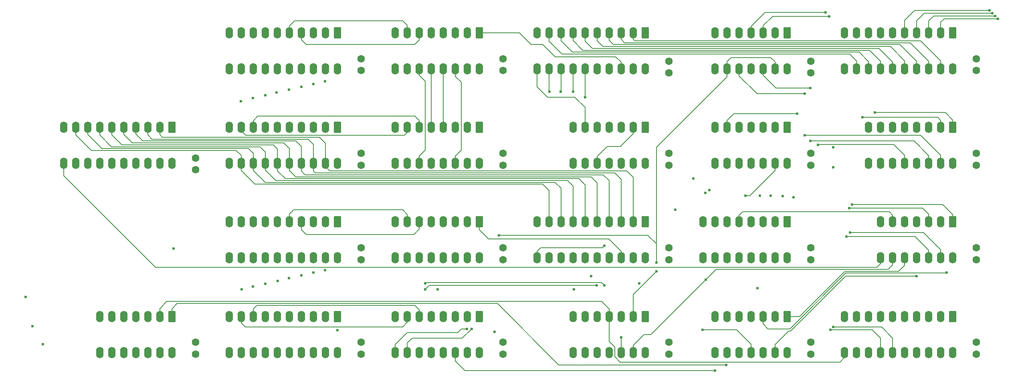
<source format=gbr>
%TF.GenerationSoftware,KiCad,Pcbnew,9.0.6*%
%TF.CreationDate,2025-12-13T20:48:56-05:00*%
%TF.ProjectId,tb8_cu,7462385f-6375-42e6-9b69-6361645f7063,1.0*%
%TF.SameCoordinates,Original*%
%TF.FileFunction,Copper,L2,Inr*%
%TF.FilePolarity,Positive*%
%FSLAX46Y46*%
G04 Gerber Fmt 4.6, Leading zero omitted, Abs format (unit mm)*
G04 Created by KiCad (PCBNEW 9.0.6) date 2025-12-13 20:48:56*
%MOMM*%
%LPD*%
G01*
G04 APERTURE LIST*
G04 Aperture macros list*
%AMRoundRect*
0 Rectangle with rounded corners*
0 $1 Rounding radius*
0 $2 $3 $4 $5 $6 $7 $8 $9 X,Y pos of 4 corners*
0 Add a 4 corners polygon primitive as box body*
4,1,4,$2,$3,$4,$5,$6,$7,$8,$9,$2,$3,0*
0 Add four circle primitives for the rounded corners*
1,1,$1+$1,$2,$3*
1,1,$1+$1,$4,$5*
1,1,$1+$1,$6,$7*
1,1,$1+$1,$8,$9*
0 Add four rect primitives between the rounded corners*
20,1,$1+$1,$2,$3,$4,$5,0*
20,1,$1+$1,$4,$5,$6,$7,0*
20,1,$1+$1,$6,$7,$8,$9,0*
20,1,$1+$1,$8,$9,$2,$3,0*%
G04 Aperture macros list end*
%TA.AperFunction,ComponentPad*%
%ADD10C,1.600000*%
%TD*%
%TA.AperFunction,ComponentPad*%
%ADD11RoundRect,0.250000X-0.550000X0.950000X-0.550000X-0.950000X0.550000X-0.950000X0.550000X0.950000X0*%
%TD*%
%TA.AperFunction,ComponentPad*%
%ADD12O,1.600000X2.400000*%
%TD*%
%TA.AperFunction,ViaPad*%
%ADD13C,0.600000*%
%TD*%
%TA.AperFunction,Conductor*%
%ADD14C,0.200000*%
%TD*%
G04 APERTURE END LIST*
D10*
%TO.N,+5V*%
%TO.C,C20*%
X104030000Y-133550000D03*
%TO.N,GND*%
X104030000Y-131050000D03*
%TD*%
%TO.N,+5V*%
%TO.C,C17*%
X169030000Y-133550000D03*
%TO.N,GND*%
X169030000Y-131050000D03*
%TD*%
%TO.N,+5V*%
%TO.C,C11*%
X134030000Y-93550000D03*
%TO.N,GND*%
X134030000Y-91050000D03*
%TD*%
%TO.N,+5V*%
%TO.C,C4*%
X234030000Y-133550000D03*
%TO.N,GND*%
X234030000Y-131050000D03*
%TD*%
%TO.N,+5V*%
%TO.C,C2*%
X199030000Y-74050000D03*
%TO.N,GND*%
X199030000Y-71550000D03*
%TD*%
D11*
%TO.N,i9*%
%TO.C,U12*%
X129030000Y-105550000D03*
D12*
%TO.N,o9*%
X126490000Y-105550000D03*
%TO.N,o8*%
X123950000Y-105550000D03*
%TO.N,Net-(U11-~{BO})*%
X121410000Y-105550000D03*
%TO.N,Net-(U11-~{CO})*%
X118870000Y-105550000D03*
%TO.N,o10*%
X116330000Y-105550000D03*
%TO.N,o11*%
X113790000Y-105550000D03*
%TO.N,GND*%
X111250000Y-105550000D03*
%TO.N,i11*%
X111250000Y-113170000D03*
%TO.N,i10*%
X113790000Y-113170000D03*
%TO.N,cpl*%
X116330000Y-113170000D03*
%TO.N,Net-(U12-~{CO})*%
X118870000Y-113170000D03*
%TO.N,Net-(U12-~{BO})*%
X121410000Y-113170000D03*
%TO.N,r*%
X123950000Y-113170000D03*
%TO.N,i8*%
X126490000Y-113170000D03*
%TO.N,+5V*%
X129030000Y-113170000D03*
%TD*%
D11*
%TO.N,tadr0*%
%TO.C,U16*%
X164030000Y-85550000D03*
D12*
%TO.N,t_wr*%
X161490000Y-85550000D03*
%TO.N,Net-(U18A-~{S})*%
X158950000Y-85550000D03*
X156410000Y-85550000D03*
X153870000Y-85550000D03*
%TO.N,Net-(U14-Load)*%
X151330000Y-85550000D03*
%TO.N,GND*%
X148790000Y-85550000D03*
%TO.N,Net-(U18B-~{S})*%
X148790000Y-93170000D03*
%TO.N,tadr1*%
X151330000Y-93170000D03*
%TO.N,t_wr*%
X153870000Y-93170000D03*
%TO.N,Net-(U15-Load)*%
X156410000Y-93170000D03*
%TO.N,Net-(U18B-~{S})*%
X158950000Y-93170000D03*
X161490000Y-93170000D03*
%TO.N,+5V*%
X164030000Y-93170000D03*
%TD*%
D11*
%TO.N,i13*%
%TO.C,U13*%
X129030000Y-125550000D03*
D12*
%TO.N,o13*%
X126490000Y-125550000D03*
%TO.N,o12*%
X123950000Y-125550000D03*
%TO.N,Net-(U12-~{BO})*%
X121410000Y-125550000D03*
%TO.N,Net-(U12-~{CO})*%
X118870000Y-125550000D03*
%TO.N,o14*%
X116330000Y-125550000D03*
%TO.N,o15*%
X113790000Y-125550000D03*
%TO.N,GND*%
X111250000Y-125550000D03*
%TO.N,i15*%
X111250000Y-133170000D03*
%TO.N,i14*%
X113790000Y-133170000D03*
%TO.N,cpl*%
X116330000Y-133170000D03*
%TO.N,unconnected-(U13-~{CO}-Pad12)*%
X118870000Y-133170000D03*
%TO.N,unconnected-(U13-~{BO}-Pad13)*%
X121410000Y-133170000D03*
%TO.N,r*%
X123950000Y-133170000D03*
%TO.N,i12*%
X126490000Y-133170000D03*
%TO.N,+5V*%
X129030000Y-133170000D03*
%TD*%
D10*
%TO.N,+5V*%
%TO.C,C12*%
X134030000Y-113550000D03*
%TO.N,GND*%
X134030000Y-111050000D03*
%TD*%
D11*
%TO.N,Net-(U17-Pad1)*%
%TO.C,U17*%
X164030000Y-125550000D03*
D12*
%TO.N,exc*%
X161490000Y-125550000D03*
%TO.N,cpl*%
X158950000Y-125550000D03*
%TO.N,ldi*%
X156410000Y-125550000D03*
%TO.N,Net-(U17-Pad1)*%
X153870000Y-125550000D03*
%TO.N,Net-(U18A-~{R})*%
X151330000Y-125550000D03*
%TO.N,GND*%
X148790000Y-125550000D03*
%TO.N,Net-(U19-OE)*%
X148790000Y-133170000D03*
%TO.N,tadr0*%
X151330000Y-133170000D03*
%TO.N,t_rd*%
X153870000Y-133170000D03*
%TO.N,Net-(U20-OE)*%
X156410000Y-133170000D03*
%TO.N,tadr1*%
X158950000Y-133170000D03*
%TO.N,t_rd*%
X161490000Y-133170000D03*
%TO.N,+5V*%
X164030000Y-133170000D03*
%TD*%
D11*
%TO.N,cmp*%
%TO.C,U2*%
X194030000Y-65550000D03*
D12*
%TO.N,stc_i*%
X191490000Y-65550000D03*
%TO.N,Net-(U2-Pad3)*%
X188950000Y-65550000D03*
%TO.N,Net-(U2-Pad4)*%
X186410000Y-65550000D03*
%TO.N,exc*%
X183870000Y-65550000D03*
%TO.N,t_wr*%
X181330000Y-65550000D03*
%TO.N,GND*%
X178790000Y-65550000D03*
%TO.N,t_rd*%
X178790000Y-73170000D03*
%TO.N,exc*%
X181330000Y-73170000D03*
%TO.N,ld_i*%
X183870000Y-73170000D03*
%TO.N,t_rdi*%
X186410000Y-73170000D03*
%TO.N,ldi_i*%
X188950000Y-73170000D03*
%TO.N,exc*%
X191490000Y-73170000D03*
%TO.N,+5V*%
X194030000Y-73170000D03*
%TD*%
D11*
%TO.N,{slash}r*%
%TO.C,U1*%
X64030000Y-125550000D03*
D12*
%TO.N,ldi*%
X61490000Y-125550000D03*
%TO.N,clk_i*%
X58950000Y-125550000D03*
%TO.N,+5V*%
X56410000Y-125550000D03*
%TO.N,exc*%
X53870000Y-125550000D03*
%TO.N,ldi*%
X51330000Y-125550000D03*
%TO.N,GND*%
X48790000Y-125550000D03*
%TO.N,unconnected-(U1B-~{Q}-Pad8)*%
X48790000Y-133170000D03*
%TO.N,unconnected-(U1B-Q-Pad9)*%
X51330000Y-133170000D03*
%TO.N,unconnected-(U1B-~{S}-Pad10)*%
X53870000Y-133170000D03*
%TO.N,unconnected-(U1B-C-Pad11)*%
X56410000Y-133170000D03*
%TO.N,unconnected-(U1B-D-Pad12)*%
X58950000Y-133170000D03*
%TO.N,unconnected-(U1B-~{R}-Pad13)*%
X61490000Y-133170000D03*
%TO.N,+5V*%
X64030000Y-133170000D03*
%TD*%
D11*
%TO.N,exc*%
%TO.C,U22*%
X99030000Y-105550000D03*
D12*
%TO.N,o8*%
X96490000Y-105550000D03*
%TO.N,o9*%
X93950000Y-105550000D03*
%TO.N,o10*%
X91410000Y-105550000D03*
%TO.N,o11*%
X88870000Y-105550000D03*
%TO.N,o12*%
X86330000Y-105550000D03*
%TO.N,o13*%
X83790000Y-105550000D03*
%TO.N,o14*%
X81250000Y-105550000D03*
%TO.N,o15*%
X78710000Y-105550000D03*
%TO.N,GND*%
X76170000Y-105550000D03*
%TO.N,+5V*%
X76170000Y-113170000D03*
%TO.N,a15*%
X78710000Y-113170000D03*
%TO.N,a14*%
X81250000Y-113170000D03*
%TO.N,a13*%
X83790000Y-113170000D03*
%TO.N,a12*%
X86330000Y-113170000D03*
%TO.N,a11*%
X88870000Y-113170000D03*
%TO.N,a10*%
X91410000Y-113170000D03*
%TO.N,a9*%
X93950000Y-113170000D03*
%TO.N,a8*%
X96490000Y-113170000D03*
%TO.N,+5V*%
X99030000Y-113170000D03*
%TD*%
D10*
%TO.N,+5V*%
%TO.C,C13*%
X134030000Y-133550000D03*
%TO.N,GND*%
X134030000Y-131050000D03*
%TD*%
%TO.N,+5V*%
%TO.C,C22*%
X104030000Y-113550000D03*
%TO.N,GND*%
X104030000Y-111050000D03*
%TD*%
%TO.N,+5V*%
%TO.C,C3*%
X234030000Y-113550000D03*
%TO.N,GND*%
X234030000Y-111050000D03*
%TD*%
D11*
%TO.N,t_rdi*%
%TO.C,U8*%
X194030000Y-125550000D03*
D12*
X191490000Y-125550000D03*
%TO.N,Net-(U7-OE)*%
X188950000Y-125550000D03*
%TO.N,t_wr*%
X186410000Y-125550000D03*
X183870000Y-125550000D03*
%TO.N,Net-(U9-OE)*%
X181330000Y-125550000D03*
%TO.N,GND*%
X178790000Y-125550000D03*
%TO.N,r*%
X178790000Y-133170000D03*
%TO.N,{slash}r*%
X181330000Y-133170000D03*
X183870000Y-133170000D03*
%TO.N,Net-(U17-Pad1)*%
X186410000Y-133170000D03*
%TO.N,Net-(U3-Pad11)*%
X188950000Y-133170000D03*
X191490000Y-133170000D03*
%TO.N,+5V*%
X194030000Y-133170000D03*
%TD*%
D10*
%TO.N,+5V*%
%TO.C,C8*%
X199030000Y-133550000D03*
%TO.N,GND*%
X199030000Y-131050000D03*
%TD*%
%TO.N,+5V*%
%TO.C,C16*%
X169030000Y-93550000D03*
%TO.N,GND*%
X169030000Y-91050000D03*
%TD*%
D11*
%TO.N,Net-(U7-OE)*%
%TO.C,U7*%
X229030000Y-65550000D03*
D12*
%TO.N,ta0*%
X226490000Y-65550000D03*
%TO.N,ta1*%
X223950000Y-65550000D03*
%TO.N,ta2*%
X221410000Y-65550000D03*
%TO.N,ta3*%
X218870000Y-65550000D03*
%TO.N,ta4*%
X216330000Y-65550000D03*
%TO.N,ta5*%
X213790000Y-65550000D03*
%TO.N,GND*%
X211250000Y-65550000D03*
X208710000Y-65550000D03*
X206170000Y-65550000D03*
%TO.N,+5V*%
X206170000Y-73170000D03*
%TO.N,td7*%
X208710000Y-73170000D03*
%TO.N,td6*%
X211250000Y-73170000D03*
%TO.N,td5*%
X213790000Y-73170000D03*
%TO.N,td4*%
X216330000Y-73170000D03*
%TO.N,td3*%
X218870000Y-73170000D03*
%TO.N,td2*%
X221410000Y-73170000D03*
%TO.N,td1*%
X223950000Y-73170000D03*
%TO.N,td0*%
X226490000Y-73170000D03*
%TO.N,+5V*%
X229030000Y-73170000D03*
%TD*%
D11*
%TO.N,Net-(U19-OE)*%
%TO.C,U19*%
X99030000Y-85550000D03*
D12*
%TO.N,o0*%
X96490000Y-85550000D03*
%TO.N,o1*%
X93950000Y-85550000D03*
%TO.N,o2*%
X91410000Y-85550000D03*
%TO.N,o3*%
X88870000Y-85550000D03*
%TO.N,o4*%
X86330000Y-85550000D03*
%TO.N,o5*%
X83790000Y-85550000D03*
%TO.N,o6*%
X81250000Y-85550000D03*
%TO.N,o7*%
X78710000Y-85550000D03*
%TO.N,GND*%
X76170000Y-85550000D03*
%TO.N,+5V*%
X76170000Y-93170000D03*
%TO.N,td7*%
X78710000Y-93170000D03*
%TO.N,td6*%
X81250000Y-93170000D03*
%TO.N,td5*%
X83790000Y-93170000D03*
%TO.N,td4*%
X86330000Y-93170000D03*
%TO.N,td3*%
X88870000Y-93170000D03*
%TO.N,td2*%
X91410000Y-93170000D03*
%TO.N,td1*%
X93950000Y-93170000D03*
%TO.N,td0*%
X96490000Y-93170000D03*
%TO.N,+5V*%
X99030000Y-93170000D03*
%TD*%
D10*
%TO.N,+5V*%
%TO.C,C1*%
X69030000Y-133550000D03*
%TO.N,GND*%
X69030000Y-131050000D03*
%TD*%
D11*
%TO.N,GND*%
%TO.C,U15*%
X164030000Y-105550000D03*
D12*
%TO.N,td0*%
X161490000Y-105550000D03*
%TO.N,td1*%
X158950000Y-105550000D03*
%TO.N,td2*%
X156410000Y-105550000D03*
%TO.N,td3*%
X153870000Y-105550000D03*
%TO.N,td4*%
X151330000Y-105550000D03*
%TO.N,td5*%
X148790000Y-105550000D03*
%TO.N,td6*%
X146250000Y-105550000D03*
%TO.N,td7*%
X143710000Y-105550000D03*
%TO.N,GND*%
X141170000Y-105550000D03*
%TO.N,Net-(U15-Load)*%
X141170000Y-113170000D03*
%TO.N,i15*%
X143710000Y-113170000D03*
%TO.N,i14*%
X146250000Y-113170000D03*
%TO.N,i13*%
X148790000Y-113170000D03*
%TO.N,i12*%
X151330000Y-113170000D03*
%TO.N,i11*%
X153870000Y-113170000D03*
%TO.N,i10*%
X156410000Y-113170000D03*
%TO.N,i9*%
X158950000Y-113170000D03*
%TO.N,i8*%
X161490000Y-113170000D03*
%TO.N,+5V*%
X164030000Y-113170000D03*
%TD*%
D10*
%TO.N,+5V*%
%TO.C,C19*%
X104030000Y-93550000D03*
%TO.N,GND*%
X104030000Y-91050000D03*
%TD*%
%TO.N,+5V*%
%TO.C,C7*%
X234030000Y-73550000D03*
%TO.N,GND*%
X234030000Y-71050000D03*
%TD*%
D11*
%TO.N,Net-(U2-Pad3)*%
%TO.C,U3*%
X229030000Y-105550000D03*
D12*
%TO.N,st_i*%
X226490000Y-105550000D03*
%TO.N,Net-(U2-Pad4)*%
X223950000Y-105550000D03*
%TO.N,ta4*%
X221410000Y-105550000D03*
%TO.N,ta5*%
X218870000Y-105550000D03*
%TO.N,Net-(U6-~{E2})*%
X216330000Y-105550000D03*
%TO.N,GND*%
X213790000Y-105550000D03*
%TO.N,Net-(U9-Load)*%
X213790000Y-113170000D03*
%TO.N,t_rd*%
X216330000Y-113170000D03*
%TO.N,t_rdi*%
X218870000Y-113170000D03*
%TO.N,Net-(U3-Pad11)*%
X221410000Y-113170000D03*
%TO.N,Net-(U18B-~{Q})*%
X223950000Y-113170000D03*
%TO.N,Net-(U18A-~{Q})*%
X226490000Y-113170000D03*
%TO.N,+5V*%
X229030000Y-113170000D03*
%TD*%
D11*
%TO.N,GND*%
%TO.C,U14*%
X164030000Y-65550000D03*
D12*
%TO.N,td0*%
X161490000Y-65550000D03*
%TO.N,td1*%
X158950000Y-65550000D03*
%TO.N,td2*%
X156410000Y-65550000D03*
%TO.N,td3*%
X153870000Y-65550000D03*
%TO.N,td4*%
X151330000Y-65550000D03*
%TO.N,td5*%
X148790000Y-65550000D03*
%TO.N,td6*%
X146250000Y-65550000D03*
%TO.N,td7*%
X143710000Y-65550000D03*
%TO.N,GND*%
X141170000Y-65550000D03*
%TO.N,Net-(U14-Load)*%
X141170000Y-73170000D03*
%TO.N,i7*%
X143710000Y-73170000D03*
%TO.N,i6*%
X146250000Y-73170000D03*
%TO.N,i5*%
X148790000Y-73170000D03*
%TO.N,i4*%
X151330000Y-73170000D03*
%TO.N,i3*%
X153870000Y-73170000D03*
%TO.N,i2*%
X156410000Y-73170000D03*
%TO.N,i1*%
X158950000Y-73170000D03*
%TO.N,i0*%
X161490000Y-73170000D03*
%TO.N,+5V*%
X164030000Y-73170000D03*
%TD*%
D10*
%TO.N,+5V*%
%TO.C,C21*%
X104030000Y-73550000D03*
%TO.N,GND*%
X104030000Y-71050000D03*
%TD*%
D11*
%TO.N,i1*%
%TO.C,U10*%
X129030000Y-65550000D03*
D12*
%TO.N,o1*%
X126490000Y-65550000D03*
%TO.N,o0*%
X123950000Y-65550000D03*
%TO.N,+5V*%
X121410000Y-65550000D03*
%TO.N,ldi*%
X118870000Y-65550000D03*
%TO.N,o2*%
X116330000Y-65550000D03*
%TO.N,o3*%
X113790000Y-65550000D03*
%TO.N,GND*%
X111250000Y-65550000D03*
%TO.N,i3*%
X111250000Y-73170000D03*
%TO.N,i2*%
X113790000Y-73170000D03*
%TO.N,cpl*%
X116330000Y-73170000D03*
%TO.N,Net-(U10-~{CO})*%
X118870000Y-73170000D03*
%TO.N,Net-(U10-~{BO})*%
X121410000Y-73170000D03*
%TO.N,r*%
X123950000Y-73170000D03*
%TO.N,i0*%
X126490000Y-73170000D03*
%TO.N,+5V*%
X129030000Y-73170000D03*
%TD*%
D10*
%TO.N,+5V*%
%TO.C,C6*%
X199030000Y-113550000D03*
%TO.N,GND*%
X199030000Y-111050000D03*
%TD*%
D11*
%TO.N,Net-(U9-OE)*%
%TO.C,U9*%
X64030000Y-85550000D03*
D12*
%TO.N,td0*%
X61490000Y-85550000D03*
%TO.N,td1*%
X58950000Y-85550000D03*
%TO.N,td2*%
X56410000Y-85550000D03*
%TO.N,td3*%
X53870000Y-85550000D03*
%TO.N,td4*%
X51330000Y-85550000D03*
%TO.N,td5*%
X48790000Y-85550000D03*
%TO.N,td6*%
X46250000Y-85550000D03*
%TO.N,td7*%
X43710000Y-85550000D03*
%TO.N,GND*%
X41170000Y-85550000D03*
%TO.N,Net-(U9-Load)*%
X41170000Y-93170000D03*
%TO.N,td7*%
X43710000Y-93170000D03*
%TO.N,td6*%
X46250000Y-93170000D03*
%TO.N,td5*%
X48790000Y-93170000D03*
%TO.N,td4*%
X51330000Y-93170000D03*
%TO.N,td3*%
X53870000Y-93170000D03*
%TO.N,td2*%
X56410000Y-93170000D03*
%TO.N,td1*%
X58950000Y-93170000D03*
%TO.N,td0*%
X61490000Y-93170000D03*
%TO.N,+5V*%
X64030000Y-93170000D03*
%TD*%
D10*
%TO.N,+5V*%
%TO.C,C15*%
X169030000Y-113550000D03*
%TO.N,GND*%
X169030000Y-111050000D03*
%TD*%
%TO.N,+5V*%
%TO.C,C14*%
X169030000Y-74050000D03*
%TO.N,GND*%
X169030000Y-71550000D03*
%TD*%
D11*
%TO.N,Net-(U4-Q6)*%
%TO.C,U5*%
X229030000Y-85550000D03*
D12*
%TO.N,Net-(U4-Q7)*%
X226490000Y-85550000D03*
%TO.N,GND*%
X223950000Y-85550000D03*
X221410000Y-85550000D03*
X218870000Y-85550000D03*
%TO.N,+5V*%
X216330000Y-85550000D03*
%TO.N,unconnected-(U5-Y7-Pad7)*%
X213790000Y-85550000D03*
%TO.N,GND*%
X211250000Y-85550000D03*
%TO.N,unconnected-(U5-Y6-Pad9)*%
X211250000Y-93170000D03*
%TO.N,unconnected-(U5-Y5-Pad10)*%
X213790000Y-93170000D03*
%TO.N,unconnected-(U5-Y4-Pad11)*%
X216330000Y-93170000D03*
%TO.N,stc_i*%
X218870000Y-93170000D03*
%TO.N,st_i*%
X221410000Y-93170000D03*
%TO.N,ldi_i*%
X223950000Y-93170000D03*
%TO.N,ld_i*%
X226490000Y-93170000D03*
%TO.N,+5V*%
X229030000Y-93170000D03*
%TD*%
D11*
%TO.N,exc*%
%TO.C,U21*%
X99030000Y-65550000D03*
D12*
%TO.N,o0*%
X96490000Y-65550000D03*
%TO.N,o1*%
X93950000Y-65550000D03*
%TO.N,o2*%
X91410000Y-65550000D03*
%TO.N,o3*%
X88870000Y-65550000D03*
%TO.N,o4*%
X86330000Y-65550000D03*
%TO.N,o5*%
X83790000Y-65550000D03*
%TO.N,o6*%
X81250000Y-65550000D03*
%TO.N,o7*%
X78710000Y-65550000D03*
%TO.N,GND*%
X76170000Y-65550000D03*
%TO.N,+5V*%
X76170000Y-73170000D03*
%TO.N,a7*%
X78710000Y-73170000D03*
%TO.N,a6*%
X81250000Y-73170000D03*
%TO.N,a5*%
X83790000Y-73170000D03*
%TO.N,a4*%
X86330000Y-73170000D03*
%TO.N,a3*%
X88870000Y-73170000D03*
%TO.N,a2*%
X91410000Y-73170000D03*
%TO.N,a1*%
X93950000Y-73170000D03*
%TO.N,a0*%
X96490000Y-73170000D03*
%TO.N,+5V*%
X99030000Y-73170000D03*
%TD*%
D10*
%TO.N,+5V*%
%TO.C,C18*%
X199030000Y-93550000D03*
%TO.N,GND*%
X199030000Y-91050000D03*
%TD*%
D11*
%TO.N,i5*%
%TO.C,U11*%
X129030000Y-85550000D03*
D12*
%TO.N,o5*%
X126490000Y-85550000D03*
%TO.N,o4*%
X123950000Y-85550000D03*
%TO.N,Net-(U10-~{BO})*%
X121410000Y-85550000D03*
%TO.N,Net-(U10-~{CO})*%
X118870000Y-85550000D03*
%TO.N,o6*%
X116330000Y-85550000D03*
%TO.N,o7*%
X113790000Y-85550000D03*
%TO.N,GND*%
X111250000Y-85550000D03*
%TO.N,i7*%
X111250000Y-93170000D03*
%TO.N,i6*%
X113790000Y-93170000D03*
%TO.N,cpl*%
X116330000Y-93170000D03*
%TO.N,Net-(U11-~{CO})*%
X118870000Y-93170000D03*
%TO.N,Net-(U11-~{BO})*%
X121410000Y-93170000D03*
%TO.N,r*%
X123950000Y-93170000D03*
%TO.N,i4*%
X126490000Y-93170000D03*
%TO.N,+5V*%
X129030000Y-93170000D03*
%TD*%
D11*
%TO.N,ta0*%
%TO.C,U6*%
X194030000Y-105550000D03*
D12*
%TO.N,ta1*%
X191490000Y-105550000D03*
%TO.N,ta2*%
X188950000Y-105550000D03*
%TO.N,ta3*%
X186410000Y-105550000D03*
%TO.N,Net-(U6-~{E2})*%
X183870000Y-105550000D03*
%TO.N,+5V*%
X181330000Y-105550000D03*
%TO.N,unconnected-(U6-Y7-Pad7)*%
X178790000Y-105550000D03*
%TO.N,GND*%
X176250000Y-105550000D03*
%TO.N,unconnected-(U6-Y6-Pad9)*%
X176250000Y-113170000D03*
%TO.N,unconnected-(U6-Y5-Pad10)*%
X178790000Y-113170000D03*
%TO.N,unconnected-(U6-Y4-Pad11)*%
X181330000Y-113170000D03*
%TO.N,unconnected-(U6-Y3-Pad12)*%
X183870000Y-113170000D03*
%TO.N,unconnected-(U6-Y2-Pad13)*%
X186410000Y-113170000D03*
%TO.N,tadr1*%
X188950000Y-113170000D03*
%TO.N,tadr0*%
X191490000Y-113170000D03*
%TO.N,+5V*%
X194030000Y-113170000D03*
%TD*%
D11*
%TO.N,GND*%
%TO.C,U4*%
X229030000Y-125550000D03*
D12*
%TO.N,d0*%
X226490000Y-125550000D03*
%TO.N,d1*%
X223950000Y-125550000D03*
%TO.N,d2*%
X221410000Y-125550000D03*
%TO.N,d3*%
X218870000Y-125550000D03*
%TO.N,d4*%
X216330000Y-125550000D03*
%TO.N,d5*%
X213790000Y-125550000D03*
%TO.N,d6*%
X211250000Y-125550000D03*
%TO.N,d7*%
X208710000Y-125550000D03*
%TO.N,GND*%
X206170000Y-125550000D03*
%TO.N,ldi*%
X206170000Y-133170000D03*
%TO.N,Net-(U4-Q7)*%
X208710000Y-133170000D03*
%TO.N,Net-(U4-Q6)*%
X211250000Y-133170000D03*
%TO.N,ta5*%
X213790000Y-133170000D03*
%TO.N,ta4*%
X216330000Y-133170000D03*
%TO.N,ta3*%
X218870000Y-133170000D03*
%TO.N,ta2*%
X221410000Y-133170000D03*
%TO.N,ta1*%
X223950000Y-133170000D03*
%TO.N,ta0*%
X226490000Y-133170000D03*
%TO.N,+5V*%
X229030000Y-133170000D03*
%TD*%
D11*
%TO.N,Net-(U18A-~{R})*%
%TO.C,U18*%
X194030000Y-85550000D03*
D12*
%TO.N,GND*%
X191490000Y-85550000D03*
X188950000Y-85550000D03*
%TO.N,Net-(U18A-~{S})*%
X186410000Y-85550000D03*
%TO.N,unconnected-(U18A-Q-Pad5)*%
X183870000Y-85550000D03*
%TO.N,Net-(U18A-~{Q})*%
X181330000Y-85550000D03*
%TO.N,GND*%
X178790000Y-85550000D03*
%TO.N,Net-(U18B-~{Q})*%
X178790000Y-93170000D03*
%TO.N,unconnected-(U18B-Q-Pad9)*%
X181330000Y-93170000D03*
%TO.N,Net-(U18B-~{S})*%
X183870000Y-93170000D03*
%TO.N,GND*%
X186410000Y-93170000D03*
X188950000Y-93170000D03*
%TO.N,Net-(U18A-~{R})*%
X191490000Y-93170000D03*
%TO.N,+5V*%
X194030000Y-93170000D03*
%TD*%
D10*
%TO.N,+5V*%
%TO.C,C10*%
X134030000Y-73550000D03*
%TO.N,GND*%
X134030000Y-71050000D03*
%TD*%
%TO.N,+5V*%
%TO.C,C9*%
X69030000Y-94550000D03*
%TO.N,GND*%
X69030000Y-92050000D03*
%TD*%
D11*
%TO.N,Net-(U20-OE)*%
%TO.C,U20*%
X99030000Y-125550000D03*
D12*
%TO.N,o8*%
X96490000Y-125550000D03*
%TO.N,o9*%
X93950000Y-125550000D03*
%TO.N,o10*%
X91410000Y-125550000D03*
%TO.N,o11*%
X88870000Y-125550000D03*
%TO.N,o12*%
X86330000Y-125550000D03*
%TO.N,o13*%
X83790000Y-125550000D03*
%TO.N,o14*%
X81250000Y-125550000D03*
%TO.N,o15*%
X78710000Y-125550000D03*
%TO.N,GND*%
X76170000Y-125550000D03*
%TO.N,+5V*%
X76170000Y-133170000D03*
%TO.N,td7*%
X78710000Y-133170000D03*
%TO.N,td6*%
X81250000Y-133170000D03*
%TO.N,td5*%
X83790000Y-133170000D03*
%TO.N,td4*%
X86330000Y-133170000D03*
%TO.N,td3*%
X88870000Y-133170000D03*
%TO.N,td2*%
X91410000Y-133170000D03*
%TO.N,td1*%
X93950000Y-133170000D03*
%TO.N,td0*%
X96490000Y-133170000D03*
%TO.N,+5V*%
X99030000Y-133170000D03*
%TD*%
D10*
%TO.N,+5V*%
%TO.C,C5*%
X234030000Y-93550000D03*
%TO.N,GND*%
X234030000Y-91050000D03*
%TD*%
D13*
%TO.N,a3*%
X88800000Y-77600000D03*
%TO.N,a0*%
X96400000Y-75800000D03*
%TO.N,ta4*%
X177600000Y-98802000D03*
X203800000Y-127800000D03*
%TO.N,a12*%
X86400000Y-118050000D03*
%TO.N,a7*%
X78600000Y-80000000D03*
%TO.N,a5*%
X83800000Y-78800000D03*
%TO.N,cmp*%
X33200000Y-121400000D03*
%TO.N,a15*%
X78800000Y-119850000D03*
%TO.N,ta0*%
X238600000Y-62600000D03*
X195400000Y-100400000D03*
%TO.N,ta1*%
X238000000Y-62000000D03*
X193100000Y-100100000D03*
%TO.N,a2*%
X91400000Y-77000000D03*
%TO.N,a10*%
X91400000Y-116850000D03*
%TO.N,a6*%
X81200000Y-79400000D03*
%TO.N,a11*%
X88800000Y-117450000D03*
%TO.N,t_rd*%
X34600000Y-127600000D03*
X176830000Y-117830000D03*
%TO.N,ta3*%
X236800000Y-60800000D03*
X188300000Y-100003000D03*
%TO.N,a4*%
X86200500Y-78200500D03*
%TO.N,a13*%
X83800000Y-118650000D03*
%TO.N,ta2*%
X190600000Y-100003000D03*
X237400000Y-61400000D03*
%TO.N,a9*%
X94000000Y-116250000D03*
%TO.N,{slash}r*%
X181200000Y-135800000D03*
%TO.N,a14*%
X81200000Y-119250000D03*
%TO.N,ta5*%
X176800000Y-99400000D03*
X203200000Y-128400000D03*
%TO.N,t_wr*%
X36800000Y-131400000D03*
X174200000Y-96400000D03*
%TO.N,a8*%
X96400000Y-115800000D03*
%TO.N,exc*%
X133200000Y-108400000D03*
X166400000Y-114200000D03*
X64400000Y-111200000D03*
X166400000Y-116000000D03*
%TO.N,a1*%
X94000000Y-76400000D03*
%TO.N,t_rdi*%
X203800000Y-94000000D03*
X203800000Y-89765544D03*
%TO.N,ld_i*%
X197740000Y-78450000D03*
X197740000Y-87250000D03*
%TO.N,stc_i*%
X200540000Y-89250000D03*
%TO.N,ldi_i*%
X198940000Y-77250000D03*
X198940000Y-88450000D03*
%TO.N,Net-(U2-Pad3)*%
X202940000Y-62050000D03*
X207740000Y-101850000D03*
%TO.N,Net-(U2-Pad4)*%
X207140000Y-102650000D03*
X202140000Y-61250000D03*
%TO.N,Net-(U18B-~{Q})*%
X206540000Y-108650000D03*
%TO.N,Net-(U3-Pad11)*%
X221410000Y-117000000D03*
%TO.N,Net-(U18A-~{Q})*%
X207340000Y-107850000D03*
X196140000Y-82650000D03*
%TO.N,Net-(U4-Q7)*%
X209940000Y-83450000D03*
%TO.N,Net-(U4-Q6)*%
X212540000Y-82450000D03*
%TO.N,tadr0*%
X162800000Y-118600000D03*
%TO.N,tadr1*%
X158950000Y-130000000D03*
X152600000Y-117000000D03*
%TO.N,Net-(U7-OE)*%
X227700000Y-116300000D03*
%TO.N,Net-(U9-OE)*%
X170400000Y-103000000D03*
%TO.N,r*%
X178800000Y-137000000D03*
%TO.N,Net-(U17-Pad1)*%
X176200000Y-128400000D03*
%TO.N,cpl*%
X120200000Y-119800000D03*
X149000000Y-119800000D03*
%TO.N,i7*%
X143800000Y-78000000D03*
%TO.N,i6*%
X146200000Y-78000000D03*
%TO.N,i4*%
X151400000Y-79200000D03*
%TO.N,i5*%
X148800000Y-78000000D03*
%TO.N,i11*%
X153800000Y-119000000D03*
X117600000Y-119800000D03*
%TO.N,i10*%
X155400000Y-119000000D03*
X117600000Y-118600000D03*
%TO.N,i15*%
X126400000Y-128200000D03*
%TO.N,i14*%
X127400000Y-128200000D03*
%TO.N,Net-(U15-Load)*%
X155400000Y-110600000D03*
%TO.N,Net-(U20-OE)*%
X99030000Y-128430000D03*
X132200000Y-128800000D03*
%TO.N,Net-(U18A-~{R})*%
X187800000Y-119600000D03*
X185200000Y-100003000D03*
%TD*%
D14*
%TO.N,ta4*%
X203800000Y-127800000D02*
X214000000Y-127800000D01*
X214000000Y-127800000D02*
X216330000Y-130130000D01*
X216330000Y-130130000D02*
X216330000Y-133170000D01*
%TO.N,td1*%
X159650000Y-67650000D02*
X220050000Y-67650000D01*
X59852000Y-88052000D02*
X92852000Y-88052000D01*
X157600000Y-95200000D02*
X94400000Y-95200000D01*
X93950000Y-94750000D02*
X93950000Y-93170000D01*
X223950000Y-71550000D02*
X223950000Y-73170000D01*
X58950000Y-85550000D02*
X58950000Y-87150000D01*
X93950000Y-89150000D02*
X93950000Y-93170000D01*
X158950000Y-96550000D02*
X157600000Y-95200000D01*
X158950000Y-65550000D02*
X158950000Y-66950000D01*
X92852000Y-88052000D02*
X93950000Y-89150000D01*
X58950000Y-87150000D02*
X59852000Y-88052000D01*
X94400000Y-95200000D02*
X93950000Y-94750000D01*
X158950000Y-66950000D02*
X159650000Y-67650000D01*
X158950000Y-105550000D02*
X158950000Y-96550000D01*
X220050000Y-67650000D02*
X223950000Y-71550000D01*
%TO.N,td2*%
X156410000Y-65550000D02*
X156410000Y-67210000D01*
X91410000Y-93170000D02*
X91410000Y-94810000D01*
X156410000Y-96810000D02*
X156410000Y-105550000D01*
X217850000Y-68050000D02*
X221410000Y-71610000D01*
X221410000Y-71610000D02*
X221410000Y-73170000D01*
X91410000Y-94810000D02*
X92201000Y-95601000D01*
X56410000Y-85550000D02*
X56410000Y-87010000D01*
X92201000Y-95601000D02*
X155201000Y-95601000D01*
X156410000Y-67210000D02*
X157250000Y-68050000D01*
X155201000Y-95601000D02*
X156410000Y-96810000D01*
X56410000Y-87010000D02*
X57853000Y-88453000D01*
X57853000Y-88453000D02*
X90253000Y-88453000D01*
X157250000Y-68050000D02*
X217850000Y-68050000D01*
X91410000Y-89610000D02*
X91410000Y-93170000D01*
X90253000Y-88453000D02*
X91410000Y-89610000D01*
%TO.N,td0*%
X97400000Y-94800000D02*
X160200000Y-94800000D01*
X161490000Y-65550000D02*
X161490000Y-66890000D01*
X95251000Y-87651000D02*
X96490000Y-88890000D01*
X160200000Y-94800000D02*
X161490000Y-96090000D01*
X96490000Y-93170000D02*
X96490000Y-93890000D01*
X62051000Y-87651000D02*
X95251000Y-87651000D01*
X222250000Y-67250000D02*
X226490000Y-71490000D01*
X96490000Y-88890000D02*
X96490000Y-93170000D01*
X161850000Y-67250000D02*
X222250000Y-67250000D01*
X96490000Y-93890000D02*
X97400000Y-94800000D01*
X61490000Y-85550000D02*
X61490000Y-87090000D01*
X226490000Y-71490000D02*
X226490000Y-73170000D01*
X61490000Y-87090000D02*
X62051000Y-87651000D01*
X161490000Y-96090000D02*
X161490000Y-105550000D01*
X161490000Y-66890000D02*
X161850000Y-67250000D01*
%TO.N,td7*%
X47058000Y-90458000D02*
X43710000Y-87110000D01*
X143710000Y-67310000D02*
X146454000Y-70054000D01*
X85112900Y-97600000D02*
X85113900Y-97601000D01*
X78710000Y-93170000D02*
X78710000Y-94710000D01*
X78710000Y-91510000D02*
X77658000Y-90458000D01*
X78710000Y-93170000D02*
X78710000Y-91510000D01*
X142406000Y-97606000D02*
X143710000Y-98910000D01*
X143710000Y-98910000D02*
X143710000Y-105550000D01*
X146454000Y-70054000D02*
X207254000Y-70054000D01*
X89061700Y-97603000D02*
X91034600Y-97603000D01*
X81600000Y-97600000D02*
X85112900Y-97600000D01*
X87086800Y-97601000D02*
X87087800Y-97602000D01*
X208710000Y-71510000D02*
X208710000Y-73170000D01*
X87087800Y-97602000D02*
X89060700Y-97602000D01*
X207254000Y-70054000D02*
X208710000Y-71510000D01*
X89060700Y-97602000D02*
X89061700Y-97603000D01*
X77658000Y-90458000D02*
X47058000Y-90458000D01*
X78710000Y-94710000D02*
X81600000Y-97600000D01*
X85113900Y-97601000D02*
X87086800Y-97601000D01*
X43710000Y-87110000D02*
X43710000Y-85550000D01*
X91034600Y-97603000D02*
X91037600Y-97606000D01*
X91037600Y-97606000D02*
X142406000Y-97606000D01*
X143710000Y-65550000D02*
X143710000Y-67310000D01*
%TO.N,ta0*%
X227200000Y-62600000D02*
X226490000Y-63310000D01*
X238600000Y-62600000D02*
X227200000Y-62600000D01*
X226490000Y-63310000D02*
X226490000Y-65550000D01*
%TO.N,td5*%
X51256000Y-89656000D02*
X82656000Y-89656000D01*
X148790000Y-67190000D02*
X150852000Y-69252000D01*
X213790000Y-71590000D02*
X213790000Y-73170000D01*
X211452000Y-69252000D02*
X213790000Y-71590000D01*
X48790000Y-87190000D02*
X51256000Y-89656000D01*
X91369800Y-96804000D02*
X147604000Y-96804000D01*
X83790000Y-90790000D02*
X83790000Y-93170000D01*
X86000000Y-96800000D02*
X89392900Y-96800000D01*
X147604000Y-96804000D02*
X148790000Y-97990000D01*
X83790000Y-93170000D02*
X83790000Y-94590000D01*
X89393900Y-96801000D02*
X91366800Y-96801000D01*
X83790000Y-94590000D02*
X86000000Y-96800000D01*
X89392900Y-96800000D02*
X89393900Y-96801000D01*
X48790000Y-85550000D02*
X48790000Y-87190000D01*
X148790000Y-97990000D02*
X148790000Y-105550000D01*
X82656000Y-89656000D02*
X83790000Y-90790000D01*
X148790000Y-65550000D02*
X148790000Y-67190000D01*
X150852000Y-69252000D02*
X211452000Y-69252000D01*
X91366800Y-96801000D02*
X91369800Y-96804000D01*
%TO.N,td6*%
X80257000Y-90057000D02*
X49257000Y-90057000D01*
X81250000Y-93170000D02*
X81250000Y-94650000D01*
X89226800Y-97201000D02*
X89227800Y-97202000D01*
X87253900Y-97201000D02*
X89226800Y-97201000D01*
X146250000Y-98450000D02*
X146250000Y-105550000D01*
X146250000Y-67250000D02*
X148653000Y-69653000D01*
X209253000Y-69653000D02*
X211250000Y-71650000D01*
X89227800Y-97202000D02*
X91200700Y-97202000D01*
X81250000Y-93170000D02*
X81250000Y-91050000D01*
X87252900Y-97200000D02*
X87253900Y-97201000D01*
X148653000Y-69653000D02*
X209253000Y-69653000D01*
X91200700Y-97202000D02*
X91203700Y-97205000D01*
X91203700Y-97205000D02*
X145005000Y-97205000D01*
X146250000Y-65550000D02*
X146250000Y-67250000D01*
X145005000Y-97205000D02*
X146250000Y-98450000D01*
X81250000Y-94650000D02*
X83800000Y-97200000D01*
X49257000Y-90057000D02*
X46250000Y-87050000D01*
X46250000Y-87050000D02*
X46250000Y-85550000D01*
X83800000Y-97200000D02*
X87252900Y-97200000D01*
X81250000Y-91050000D02*
X80257000Y-90057000D01*
X211250000Y-71650000D02*
X211250000Y-73170000D01*
%TO.N,ldi*%
X61490000Y-123910000D02*
X63000000Y-122400000D01*
X206170000Y-134230000D02*
X206170000Y-133170000D01*
X156410000Y-125550000D02*
X156410000Y-130874951D01*
X156410000Y-130874951D02*
X157600000Y-132064951D01*
X157600000Y-134088524D02*
X158711476Y-135200000D01*
X61490000Y-125550000D02*
X61490000Y-123910000D01*
X158711476Y-135200000D02*
X205200000Y-135200000D01*
X156410000Y-124010000D02*
X156410000Y-125550000D01*
X205200000Y-135200000D02*
X206170000Y-134230000D01*
X157600000Y-132064951D02*
X157600000Y-134088524D01*
X63000000Y-122400000D02*
X154800000Y-122400000D01*
X154800000Y-122400000D02*
X156410000Y-124010000D01*
%TO.N,ta1*%
X223950000Y-63050000D02*
X223950000Y-65550000D01*
X238000000Y-62000000D02*
X225000000Y-62000000D01*
X225000000Y-62000000D02*
X223950000Y-63050000D01*
%TO.N,t_rd*%
X216330000Y-114670000D02*
X216330000Y-113170000D01*
X215402000Y-115598000D02*
X216330000Y-114670000D01*
X206067800Y-115598000D02*
X215402000Y-115598000D01*
X165230000Y-129430000D02*
X163770000Y-129430000D01*
X161490000Y-131710000D02*
X161490000Y-133170000D01*
X163770000Y-129430000D02*
X161490000Y-131710000D01*
X176830000Y-117830000D02*
X165230000Y-129430000D01*
X179060000Y-115600000D02*
X206065800Y-115600000D01*
X206065800Y-115600000D02*
X206067800Y-115598000D01*
X176830000Y-117830000D02*
X179060000Y-115600000D01*
%TO.N,ta3*%
X236800000Y-60800000D02*
X221000000Y-60800000D01*
X221000000Y-60800000D02*
X218870000Y-62930000D01*
X218870000Y-62930000D02*
X218870000Y-65550000D01*
%TO.N,ta2*%
X221410000Y-62990000D02*
X221410000Y-65550000D01*
X237400000Y-61400000D02*
X223000000Y-61400000D01*
X223000000Y-61400000D02*
X221410000Y-62990000D01*
%TO.N,{slash}r*%
X64030000Y-123970000D02*
X65200000Y-122800000D01*
X65200000Y-122800000D02*
X132800000Y-122800000D01*
X132800000Y-122800000D02*
X145800000Y-135800000D01*
X145800000Y-135800000D02*
X181200000Y-135800000D01*
X64030000Y-125550000D02*
X64030000Y-123970000D01*
%TO.N,td4*%
X213451000Y-68851000D02*
X216330000Y-71730000D01*
X85455000Y-89255000D02*
X53455000Y-89255000D01*
X151330000Y-97730000D02*
X151330000Y-105550000D01*
X86330000Y-90130000D02*
X85455000Y-89255000D01*
X91535900Y-96403000D02*
X150003000Y-96403000D01*
X51330000Y-87130000D02*
X51330000Y-85550000D01*
X86330000Y-94730000D02*
X88000000Y-96400000D01*
X151330000Y-65550000D02*
X151330000Y-67330000D01*
X91532900Y-96400000D02*
X91535900Y-96403000D01*
X151330000Y-67330000D02*
X152851000Y-68851000D01*
X86330000Y-93170000D02*
X86330000Y-94730000D01*
X86330000Y-93170000D02*
X86330000Y-90130000D01*
X152851000Y-68851000D02*
X213451000Y-68851000D01*
X150003000Y-96403000D02*
X151330000Y-97730000D01*
X53455000Y-89255000D02*
X51330000Y-87130000D01*
X216330000Y-71730000D02*
X216330000Y-73170000D01*
X88000000Y-96400000D02*
X91532900Y-96400000D01*
%TO.N,ta5*%
X203200000Y-128400000D02*
X212000000Y-128400000D01*
X212000000Y-128400000D02*
X213790000Y-130190000D01*
X213790000Y-130190000D02*
X213790000Y-133170000D01*
%TO.N,t_wr*%
X161490000Y-85550000D02*
X161490000Y-86910000D01*
X156000000Y-89600000D02*
X153870000Y-91730000D01*
X161490000Y-86910000D02*
X158800000Y-89600000D01*
X153870000Y-91730000D02*
X153870000Y-93170000D01*
X158800000Y-89600000D02*
X156000000Y-89600000D01*
%TO.N,exc*%
X191490000Y-71690000D02*
X190600000Y-70800000D01*
X133200000Y-108400000D02*
X164600000Y-108400000D01*
X181330000Y-74870000D02*
X166400000Y-89800000D01*
X182200000Y-70800000D02*
X181330000Y-71670000D01*
X181330000Y-73170000D02*
X181330000Y-74870000D01*
X190600000Y-70800000D02*
X182200000Y-70800000D01*
X161490000Y-120910000D02*
X161490000Y-125550000D01*
X166400000Y-89800000D02*
X166400000Y-110200000D01*
X191490000Y-73170000D02*
X191490000Y-71690000D01*
X181330000Y-71670000D02*
X181330000Y-73170000D01*
X166400000Y-110200000D02*
X166400000Y-114200000D01*
X166400000Y-116000000D02*
X161490000Y-120910000D01*
X164600000Y-108400000D02*
X166400000Y-110200000D01*
%TO.N,td3*%
X152602000Y-96002000D02*
X153870000Y-97270000D01*
X88870000Y-93170000D02*
X88870000Y-90070000D01*
X88870000Y-93170000D02*
X88870000Y-94670000D01*
X87654000Y-88854000D02*
X55654000Y-88854000D01*
X153870000Y-67270000D02*
X155050000Y-68450000D01*
X55654000Y-88854000D02*
X53870000Y-87070000D01*
X215850000Y-68450000D02*
X218870000Y-71470000D01*
X88870000Y-90070000D02*
X87654000Y-88854000D01*
X153870000Y-65550000D02*
X153870000Y-67270000D01*
X53870000Y-87070000D02*
X53870000Y-85550000D01*
X218870000Y-71470000D02*
X218870000Y-73170000D01*
X90199000Y-95999000D02*
X91699000Y-95999000D01*
X88870000Y-94670000D02*
X90199000Y-95999000D01*
X91702000Y-96002000D02*
X152602000Y-96002000D01*
X155050000Y-68450000D02*
X215850000Y-68450000D01*
X91699000Y-95999000D02*
X91702000Y-96002000D01*
X153870000Y-97270000D02*
X153870000Y-105550000D01*
%TO.N,t_rdi*%
X196682900Y-125550000D02*
X194030000Y-125550000D01*
X218870000Y-113170000D02*
X218870000Y-114730000D01*
X217601000Y-115999000D02*
X206233900Y-115999000D01*
X218870000Y-114730000D02*
X217601000Y-115999000D01*
X206233900Y-115999000D02*
X196682900Y-125550000D01*
%TO.N,ld_i*%
X183870000Y-74670000D02*
X183870000Y-73170000D01*
X226490000Y-91490000D02*
X226490000Y-93170000D01*
X197740000Y-87250000D02*
X222250000Y-87250000D01*
X187650000Y-78450000D02*
X183870000Y-74670000D01*
X222250000Y-87250000D02*
X226490000Y-91490000D01*
X197740000Y-78450000D02*
X187650000Y-78450000D01*
%TO.N,stc_i*%
X218870000Y-91470000D02*
X216565544Y-89165544D01*
X200624456Y-89165544D02*
X200540000Y-89250000D01*
X218870000Y-93170000D02*
X218870000Y-91470000D01*
X216565544Y-89165544D02*
X200624456Y-89165544D01*
%TO.N,ldi_i*%
X223950000Y-91550000D02*
X223950000Y-93170000D01*
X220850000Y-88450000D02*
X223950000Y-91550000D01*
X198940000Y-77250000D02*
X191650000Y-77250000D01*
X191650000Y-77250000D02*
X188950000Y-74550000D01*
X198940000Y-88450000D02*
X220850000Y-88450000D01*
X188950000Y-74550000D02*
X188950000Y-73170000D01*
%TO.N,Net-(U2-Pad3)*%
X190950000Y-62050000D02*
X188950000Y-64050000D01*
X188950000Y-64050000D02*
X188950000Y-65550000D01*
X207740000Y-101850000D02*
X226850000Y-101850000D01*
X226850000Y-101850000D02*
X229030000Y-104030000D01*
X229030000Y-104030000D02*
X229030000Y-105550000D01*
X202940000Y-62050000D02*
X190950000Y-62050000D01*
%TO.N,Net-(U2-Pad4)*%
X202140000Y-61250000D02*
X189350000Y-61250000D01*
X222650000Y-102650000D02*
X207140000Y-102650000D01*
X223950000Y-105550000D02*
X223950000Y-103950000D01*
X186410000Y-64190000D02*
X186410000Y-65550000D01*
X189350000Y-61250000D02*
X186410000Y-64190000D01*
X223950000Y-103950000D02*
X222650000Y-102650000D01*
%TO.N,Net-(U18B-~{Q})*%
X223950000Y-111550000D02*
X221050000Y-108650000D01*
X221050000Y-108650000D02*
X206540000Y-108650000D01*
X223950000Y-113170000D02*
X223950000Y-111550000D01*
%TO.N,Net-(U6-~{E2})*%
X216330000Y-104130000D02*
X215600000Y-103400000D01*
X184600000Y-103400000D02*
X183870000Y-104130000D01*
X215600000Y-103400000D02*
X184600000Y-103400000D01*
X216330000Y-105550000D02*
X216330000Y-104130000D01*
X183870000Y-104130000D02*
X183870000Y-105550000D01*
%TO.N,Net-(U3-Pad11)*%
X221410000Y-117000000D02*
X206400000Y-117000000D01*
X206400000Y-117000000D02*
X194800000Y-128600000D01*
X194400000Y-128600000D02*
X191490000Y-131510000D01*
X194800000Y-128600000D02*
X194400000Y-128600000D01*
X191490000Y-131510000D02*
X191490000Y-133170000D01*
%TO.N,Net-(U18A-~{Q})*%
X226490000Y-111490000D02*
X222850000Y-107850000D01*
X196140000Y-82650000D02*
X182750000Y-82650000D01*
X182750000Y-82650000D02*
X181330000Y-84070000D01*
X181330000Y-84070000D02*
X181330000Y-85550000D01*
X222850000Y-107850000D02*
X207340000Y-107850000D01*
X226490000Y-113170000D02*
X226490000Y-111490000D01*
%TO.N,Net-(U9-Load)*%
X41170000Y-95770000D02*
X41170000Y-93170000D01*
X60600000Y-115200000D02*
X41170000Y-95770000D01*
X205899700Y-115199000D02*
X97201000Y-115199000D01*
X213790000Y-114410000D02*
X213003000Y-115197000D01*
X205901700Y-115197000D02*
X205899700Y-115199000D01*
X213790000Y-113170000D02*
X213790000Y-114410000D01*
X97201000Y-115199000D02*
X97200000Y-115200000D01*
X97200000Y-115200000D02*
X60600000Y-115200000D01*
X213003000Y-115197000D02*
X205901700Y-115197000D01*
%TO.N,Net-(U4-Q7)*%
X226490000Y-84090000D02*
X226490000Y-85550000D01*
X225850000Y-83450000D02*
X226490000Y-84090000D01*
X209940000Y-83450000D02*
X225850000Y-83450000D01*
%TO.N,Net-(U4-Q6)*%
X229030000Y-84030000D02*
X229030000Y-85550000D01*
X212540000Y-82450000D02*
X227450000Y-82450000D01*
X227450000Y-82450000D02*
X229030000Y-84030000D01*
%TO.N,tadr1*%
X158950000Y-130000000D02*
X158950000Y-133170000D01*
%TO.N,Net-(U7-OE)*%
X206400000Y-116400000D02*
X194600000Y-128200000D01*
X194600000Y-128200000D02*
X190000000Y-128200000D01*
X190000000Y-128200000D02*
X188950000Y-127150000D01*
X227600000Y-116400000D02*
X206400000Y-116400000D01*
X188950000Y-127150000D02*
X188950000Y-125550000D01*
X227700000Y-116300000D02*
X227600000Y-116400000D01*
%TO.N,r*%
X123950000Y-91650000D02*
X123950000Y-93170000D01*
X123950000Y-133170000D02*
X123950000Y-134950000D01*
X123950000Y-73170000D02*
X123950000Y-74750000D01*
X125200000Y-90400000D02*
X123950000Y-91650000D01*
X126000000Y-137000000D02*
X178800000Y-137000000D01*
X123950000Y-134950000D02*
X126000000Y-137000000D01*
X123950000Y-74750000D02*
X125200000Y-76000000D01*
X125200000Y-76000000D02*
X125200000Y-90400000D01*
%TO.N,Net-(U17-Pad1)*%
X183400000Y-128400000D02*
X186410000Y-131410000D01*
X186410000Y-131410000D02*
X186410000Y-133170000D01*
X176200000Y-128400000D02*
X183400000Y-128400000D01*
%TO.N,o3*%
X113790000Y-63990000D02*
X112800000Y-63000000D01*
X113790000Y-65550000D02*
X113790000Y-63990000D01*
X88870000Y-64130000D02*
X88870000Y-65550000D01*
X90000000Y-63000000D02*
X88870000Y-64130000D01*
X112800000Y-63000000D02*
X90000000Y-63000000D01*
%TO.N,i1*%
X157800000Y-70600000D02*
X158950000Y-71750000D01*
X145000000Y-70600000D02*
X157800000Y-70600000D01*
X129030000Y-65550000D02*
X137450000Y-65550000D01*
X158950000Y-71750000D02*
X158950000Y-73170000D01*
X137450000Y-65550000D02*
X139900000Y-68000000D01*
X139900000Y-68000000D02*
X142400000Y-68000000D01*
X142400000Y-68000000D02*
X145000000Y-70600000D01*
%TO.N,cpl*%
X116330000Y-74530000D02*
X117600000Y-75800000D01*
X117600000Y-75800000D02*
X117600000Y-90400000D01*
X116330000Y-73170000D02*
X116330000Y-74530000D01*
X117600000Y-90400000D02*
X116330000Y-91670000D01*
X116330000Y-91670000D02*
X116330000Y-93170000D01*
%TO.N,Net-(U10-~{BO})*%
X121410000Y-73170000D02*
X121410000Y-85550000D01*
%TO.N,Net-(U10-~{CO})*%
X118870000Y-73170000D02*
X118870000Y-85550000D01*
%TO.N,o2*%
X92400000Y-68000000D02*
X91410000Y-67010000D01*
X116330000Y-67070000D02*
X115400000Y-68000000D01*
X115400000Y-68000000D02*
X92400000Y-68000000D01*
X91410000Y-67010000D02*
X91410000Y-65550000D01*
X116330000Y-65550000D02*
X116330000Y-67070000D01*
%TO.N,i7*%
X143710000Y-77910000D02*
X143800000Y-78000000D01*
X143710000Y-73170000D02*
X143710000Y-77910000D01*
%TO.N,o7*%
X113150000Y-87250000D02*
X79650000Y-87250000D01*
X113790000Y-86610000D02*
X113150000Y-87250000D01*
X113790000Y-85550000D02*
X113790000Y-86610000D01*
X78710000Y-86310000D02*
X78710000Y-85550000D01*
X79650000Y-87250000D02*
X78710000Y-86310000D01*
%TO.N,i6*%
X146250000Y-77950000D02*
X146200000Y-78000000D01*
X146250000Y-73170000D02*
X146250000Y-77950000D01*
%TO.N,i4*%
X151330000Y-79130000D02*
X151400000Y-79200000D01*
X151330000Y-73170000D02*
X151330000Y-79130000D01*
%TO.N,i5*%
X148790000Y-77990000D02*
X148800000Y-78000000D01*
X148790000Y-73170000D02*
X148790000Y-77990000D01*
%TO.N,o6*%
X115400000Y-83200000D02*
X82200000Y-83200000D01*
X81250000Y-84150000D02*
X81250000Y-85550000D01*
X116330000Y-85550000D02*
X116330000Y-84130000D01*
X116330000Y-84130000D02*
X115400000Y-83200000D01*
X82200000Y-83200000D02*
X81250000Y-84150000D01*
%TO.N,i11*%
X117600000Y-119800000D02*
X118400000Y-119000000D01*
X118400000Y-119000000D02*
X153800000Y-119000000D01*
%TO.N,o11*%
X88870000Y-103930000D02*
X88870000Y-105550000D01*
X89800000Y-103000000D02*
X88870000Y-103930000D01*
X112800000Y-103000000D02*
X89800000Y-103000000D01*
X113790000Y-105550000D02*
X113790000Y-103990000D01*
X113790000Y-103990000D02*
X112800000Y-103000000D01*
%TO.N,o10*%
X92400000Y-108200000D02*
X91410000Y-107210000D01*
X116330000Y-105550000D02*
X116330000Y-107070000D01*
X91410000Y-107210000D02*
X91410000Y-105550000D01*
X115200000Y-108200000D02*
X92400000Y-108200000D01*
X116330000Y-107070000D02*
X115200000Y-108200000D01*
%TO.N,i10*%
X154799000Y-118399000D02*
X155400000Y-119000000D01*
X117801000Y-118399000D02*
X154799000Y-118399000D01*
X117600000Y-118600000D02*
X117801000Y-118399000D01*
%TO.N,i9*%
X129030000Y-107230000D02*
X131000000Y-109200000D01*
X129030000Y-105550000D02*
X129030000Y-107230000D01*
X158950000Y-111750000D02*
X158950000Y-113170000D01*
X131000000Y-109200000D02*
X156400000Y-109200000D01*
X156400000Y-109200000D02*
X158950000Y-111750000D01*
%TO.N,i15*%
X125200000Y-128200000D02*
X124400000Y-129000000D01*
X124400000Y-129000000D02*
X113800000Y-129000000D01*
X113800000Y-129000000D02*
X111250000Y-131550000D01*
X111250000Y-131550000D02*
X111250000Y-133170000D01*
X126400000Y-128200000D02*
X125200000Y-128200000D01*
%TO.N,o15*%
X113790000Y-126810000D02*
X112800000Y-127800000D01*
X79600000Y-127800000D02*
X78710000Y-126910000D01*
X113790000Y-125550000D02*
X113790000Y-126810000D01*
X78710000Y-126910000D02*
X78710000Y-125550000D01*
X112800000Y-127800000D02*
X79600000Y-127800000D01*
%TO.N,o14*%
X116330000Y-124130000D02*
X115400000Y-123200000D01*
X116330000Y-125550000D02*
X116330000Y-124130000D01*
X82000000Y-123200000D02*
X81250000Y-123950000D01*
X81250000Y-123950000D02*
X81250000Y-125550000D01*
X115400000Y-123200000D02*
X82000000Y-123200000D01*
%TO.N,i14*%
X127400000Y-128200000D02*
X125400000Y-130200000D01*
X114800000Y-130200000D02*
X113790000Y-131210000D01*
X125400000Y-130200000D02*
X114800000Y-130200000D01*
X113790000Y-131210000D02*
X113790000Y-133170000D01*
%TO.N,Net-(U14-Load)*%
X151330000Y-81330000D02*
X151330000Y-85550000D01*
X149200000Y-79200000D02*
X151330000Y-81330000D01*
X143400000Y-79200000D02*
X149200000Y-79200000D01*
X141170000Y-76970000D02*
X143400000Y-79200000D01*
X141170000Y-73170000D02*
X141170000Y-76970000D01*
%TO.N,Net-(U15-Load)*%
X142000000Y-111000000D02*
X141170000Y-111830000D01*
X155400000Y-110600000D02*
X155000000Y-111000000D01*
X141170000Y-111830000D02*
X141170000Y-113170000D01*
X155000000Y-111000000D02*
X142000000Y-111000000D01*
%TO.N,Net-(U18A-~{R})*%
X185200000Y-100003000D02*
X186197000Y-100003000D01*
X186197000Y-100003000D02*
X191490000Y-94710000D01*
X191490000Y-94710000D02*
X191490000Y-93170000D01*
%TD*%
M02*

</source>
